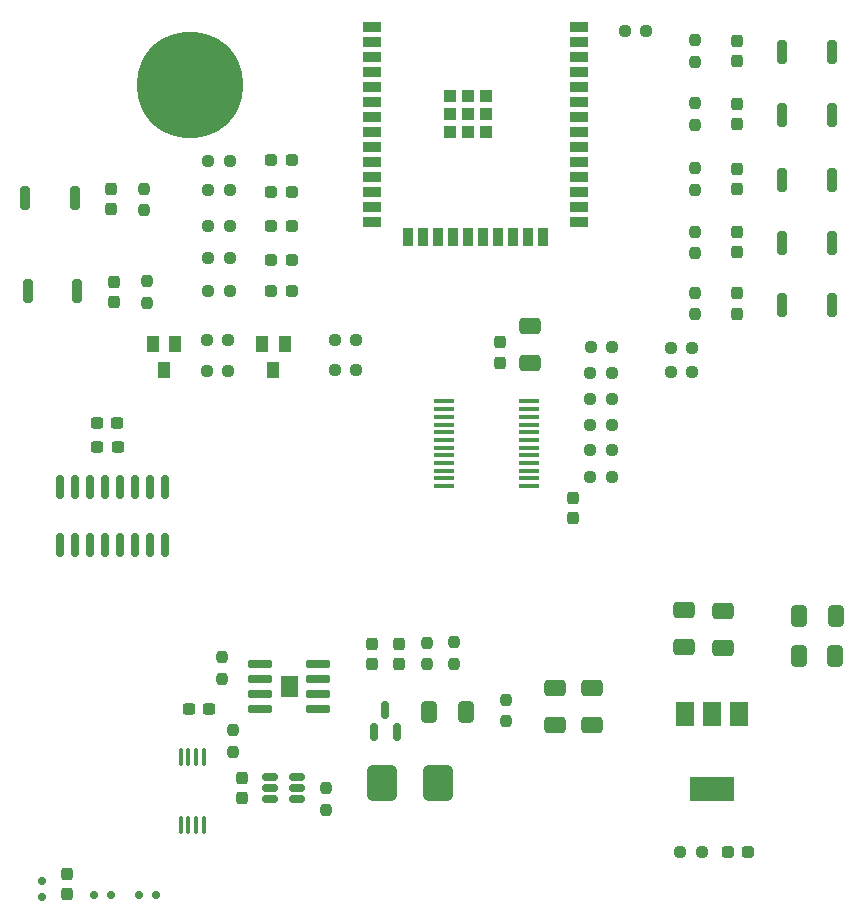
<source format=gtp>
G04 #@! TF.GenerationSoftware,KiCad,Pcbnew,7.0.8*
G04 #@! TF.CreationDate,2023-12-01T18:44:45+08:00*
G04 #@! TF.ProjectId,ESPCARproject,45535043-4152-4707-926f-6a6563742e6b,rev?*
G04 #@! TF.SameCoordinates,Original*
G04 #@! TF.FileFunction,Paste,Top*
G04 #@! TF.FilePolarity,Positive*
%FSLAX46Y46*%
G04 Gerber Fmt 4.6, Leading zero omitted, Abs format (unit mm)*
G04 Created by KiCad (PCBNEW 7.0.8) date 2023-12-01 18:44:45*
%MOMM*%
%LPD*%
G01*
G04 APERTURE LIST*
G04 Aperture macros list*
%AMRoundRect*
0 Rectangle with rounded corners*
0 $1 Rounding radius*
0 $2 $3 $4 $5 $6 $7 $8 $9 X,Y pos of 4 corners*
0 Add a 4 corners polygon primitive as box body*
4,1,4,$2,$3,$4,$5,$6,$7,$8,$9,$2,$3,0*
0 Add four circle primitives for the rounded corners*
1,1,$1+$1,$2,$3*
1,1,$1+$1,$4,$5*
1,1,$1+$1,$6,$7*
1,1,$1+$1,$8,$9*
0 Add four rect primitives between the rounded corners*
20,1,$1+$1,$2,$3,$4,$5,0*
20,1,$1+$1,$4,$5,$6,$7,0*
20,1,$1+$1,$6,$7,$8,$9,0*
20,1,$1+$1,$8,$9,$2,$3,0*%
G04 Aperture macros list end*
%ADD10C,0.010000*%
%ADD11RoundRect,0.042000X-0.943000X-0.258000X0.943000X-0.258000X0.943000X0.258000X-0.943000X0.258000X0*%
%ADD12RoundRect,0.100000X-0.100000X0.637500X-0.100000X-0.637500X0.100000X-0.637500X0.100000X0.637500X0*%
%ADD13RoundRect,0.150000X0.150000X0.200000X-0.150000X0.200000X-0.150000X-0.200000X0.150000X-0.200000X0*%
%ADD14RoundRect,0.150000X-0.150000X-0.200000X0.150000X-0.200000X0.150000X0.200000X-0.150000X0.200000X0*%
%ADD15R,1.000000X1.400000*%
%ADD16RoundRect,0.237500X-0.237500X0.250000X-0.237500X-0.250000X0.237500X-0.250000X0.237500X0.250000X0*%
%ADD17RoundRect,0.237500X0.250000X0.237500X-0.250000X0.237500X-0.250000X-0.237500X0.250000X-0.237500X0*%
%ADD18RoundRect,0.150000X-0.150000X0.825000X-0.150000X-0.825000X0.150000X-0.825000X0.150000X0.825000X0*%
%ADD19RoundRect,0.237500X-0.250000X-0.237500X0.250000X-0.237500X0.250000X0.237500X-0.250000X0.237500X0*%
%ADD20RoundRect,0.237500X0.237500X-0.300000X0.237500X0.300000X-0.237500X0.300000X-0.237500X-0.300000X0*%
%ADD21RoundRect,0.237500X-0.237500X0.300000X-0.237500X-0.300000X0.237500X-0.300000X0.237500X0.300000X0*%
%ADD22RoundRect,0.200000X-0.200000X-0.800000X0.200000X-0.800000X0.200000X0.800000X-0.200000X0.800000X0*%
%ADD23RoundRect,0.237500X0.300000X0.237500X-0.300000X0.237500X-0.300000X-0.237500X0.300000X-0.237500X0*%
%ADD24RoundRect,0.237500X0.237500X-0.287500X0.237500X0.287500X-0.237500X0.287500X-0.237500X-0.287500X0*%
%ADD25R,1.500000X0.900000*%
%ADD26R,0.900000X1.500000*%
%ADD27R,1.050000X1.050000*%
%ADD28RoundRect,0.237500X0.237500X-0.250000X0.237500X0.250000X-0.237500X0.250000X-0.237500X-0.250000X0*%
%ADD29RoundRect,0.150000X0.150000X-0.587500X0.150000X0.587500X-0.150000X0.587500X-0.150000X-0.587500X0*%
%ADD30RoundRect,0.250000X-0.650000X0.412500X-0.650000X-0.412500X0.650000X-0.412500X0.650000X0.412500X0*%
%ADD31RoundRect,0.150000X0.200000X-0.150000X0.200000X0.150000X-0.200000X0.150000X-0.200000X-0.150000X0*%
%ADD32RoundRect,0.237500X0.287500X0.237500X-0.287500X0.237500X-0.287500X-0.237500X0.287500X-0.237500X0*%
%ADD33RoundRect,0.150000X0.512500X0.150000X-0.512500X0.150000X-0.512500X-0.150000X0.512500X-0.150000X0*%
%ADD34R,3.800000X2.000000*%
%ADD35R,1.500000X2.000000*%
%ADD36RoundRect,0.250000X0.412500X0.650000X-0.412500X0.650000X-0.412500X-0.650000X0.412500X-0.650000X0*%
%ADD37R,1.750000X0.450000*%
%ADD38C,9.000000*%
%ADD39RoundRect,0.250000X-0.412500X-0.650000X0.412500X-0.650000X0.412500X0.650000X-0.412500X0.650000X0*%
%ADD40RoundRect,0.373135X0.876865X1.126865X-0.876865X1.126865X-0.876865X-1.126865X0.876865X-1.126865X0*%
G04 APERTURE END LIST*
D10*
X132500000Y-106300000D02*
X131210000Y-106300000D01*
X131210000Y-104660000D01*
X132500000Y-104660000D01*
X132500000Y-106300000D01*
G36*
X132500000Y-106300000D02*
G01*
X131210000Y-106300000D01*
X131210000Y-104660000D01*
X132500000Y-104660000D01*
X132500000Y-106300000D01*
G37*
D11*
X134330000Y-103575000D03*
X134330000Y-104845000D03*
X134330000Y-106115000D03*
X134330000Y-107385000D03*
X129380000Y-107385000D03*
X129380000Y-106115000D03*
X129380000Y-104845000D03*
X129380000Y-103575000D03*
D12*
X124620000Y-111510000D03*
X123970000Y-111510000D03*
X123320000Y-111510000D03*
X122670000Y-111510000D03*
X122670000Y-117235000D03*
X123320000Y-117235000D03*
X123970000Y-117235000D03*
X124620000Y-117235000D03*
D13*
X115350000Y-123130000D03*
X116750000Y-123130000D03*
D14*
X120560000Y-123130000D03*
X119160000Y-123130000D03*
D15*
X122200000Y-76519250D03*
X121250000Y-78719250D03*
X120300000Y-76519250D03*
D16*
X119610000Y-63365000D03*
X119610000Y-65190000D03*
D17*
X165972500Y-76820000D03*
X164147500Y-76820000D03*
D18*
X121365000Y-93565000D03*
X120095000Y-93565000D03*
X118825000Y-93565000D03*
X117555000Y-93565000D03*
X116285000Y-93565000D03*
X115015000Y-93565000D03*
X113745000Y-93565000D03*
X112475000Y-93565000D03*
X112475000Y-88615000D03*
X113745000Y-88615000D03*
X115015000Y-88615000D03*
X116285000Y-88615000D03*
X117555000Y-88615000D03*
X118825000Y-88615000D03*
X120095000Y-88615000D03*
X121365000Y-88615000D03*
D19*
X135717500Y-76209250D03*
X137542500Y-76209250D03*
D20*
X127855000Y-114995000D03*
X127855000Y-113270000D03*
D21*
X116800000Y-63375000D03*
X116800000Y-65100000D03*
X169810000Y-67045000D03*
X169810000Y-68770000D03*
D22*
X109710000Y-72047500D03*
X113910000Y-72047500D03*
D23*
X115597500Y-83200000D03*
X117322500Y-83200000D03*
D19*
X157365000Y-81175000D03*
X159190000Y-81175000D03*
D24*
X138870000Y-103652500D03*
X138870000Y-101902500D03*
D19*
X160277500Y-50060000D03*
X162102500Y-50060000D03*
X135735000Y-78729250D03*
X137560000Y-78729250D03*
D17*
X126702500Y-78819250D03*
X124877500Y-78819250D03*
D21*
X155860000Y-89567500D03*
X155860000Y-91292500D03*
D25*
X138905000Y-49702500D03*
X138905000Y-50972500D03*
X138905000Y-52242500D03*
X138905000Y-53512500D03*
X138905000Y-54782500D03*
X138905000Y-56052500D03*
X138905000Y-57322500D03*
X138905000Y-58592500D03*
X138905000Y-59862500D03*
X138905000Y-61132500D03*
X138905000Y-62402500D03*
X138905000Y-63672500D03*
X138905000Y-64942500D03*
X138905000Y-66212500D03*
D26*
X141945000Y-67462500D03*
X143215000Y-67462500D03*
X144485000Y-67462500D03*
X145755000Y-67462500D03*
X147025000Y-67462500D03*
X148295000Y-67462500D03*
X149565000Y-67462500D03*
X150835000Y-67462500D03*
X152105000Y-67462500D03*
X153375000Y-67462500D03*
D25*
X156405000Y-66212500D03*
X156405000Y-64942500D03*
X156405000Y-63672500D03*
X156405000Y-62402500D03*
X156405000Y-61132500D03*
X156405000Y-59862500D03*
X156405000Y-58592500D03*
X156405000Y-57322500D03*
X156405000Y-56052500D03*
X156405000Y-54782500D03*
X156405000Y-53512500D03*
X156405000Y-52242500D03*
X156405000Y-50972500D03*
X156405000Y-49702500D03*
D27*
X145450000Y-55517500D03*
X145450000Y-57042500D03*
X145450000Y-58567500D03*
X146975000Y-55517500D03*
X146975000Y-57042500D03*
X146975000Y-58567500D03*
X148500000Y-55517500D03*
X148500000Y-57042500D03*
X148500000Y-58567500D03*
D22*
X109520000Y-64187500D03*
X113720000Y-64187500D03*
D28*
X145790000Y-103592500D03*
X145790000Y-101767500D03*
D29*
X139062500Y-109395000D03*
X140962500Y-109395000D03*
X140012500Y-107520000D03*
D22*
X173620000Y-51797500D03*
X177820000Y-51797500D03*
D28*
X126200000Y-104872500D03*
X126200000Y-103047500D03*
D22*
X173620000Y-73180000D03*
X177820000Y-73180000D03*
D30*
X154390000Y-105647500D03*
X154390000Y-108772500D03*
D31*
X110950000Y-121980000D03*
X110950000Y-123380000D03*
D16*
X166190000Y-50805000D03*
X166190000Y-52630000D03*
D32*
X132065000Y-63647500D03*
X130315000Y-63647500D03*
D17*
X165972500Y-78920000D03*
X164147500Y-78920000D03*
D22*
X173620000Y-57110000D03*
X177820000Y-57110000D03*
D28*
X143560000Y-103642500D03*
X143560000Y-101817500D03*
D32*
X132065000Y-69377500D03*
X130315000Y-69377500D03*
D19*
X125000000Y-60997500D03*
X126825000Y-60997500D03*
D21*
X169810000Y-56167500D03*
X169810000Y-57892500D03*
D30*
X168617500Y-99120000D03*
X168617500Y-102245000D03*
D28*
X127110000Y-111062500D03*
X127110000Y-109237500D03*
D16*
X166190000Y-61657500D03*
X166190000Y-63482500D03*
D19*
X157380000Y-76795000D03*
X159205000Y-76795000D03*
D16*
X166190000Y-72187500D03*
X166190000Y-74012500D03*
D30*
X157500000Y-105647500D03*
X157500000Y-108772500D03*
X152220000Y-74982500D03*
X152220000Y-78107500D03*
D19*
X157342500Y-87795000D03*
X159167500Y-87795000D03*
D24*
X141170000Y-103630000D03*
X141170000Y-101880000D03*
D23*
X117327500Y-85240000D03*
X115602500Y-85240000D03*
D16*
X166190000Y-66995000D03*
X166190000Y-68820000D03*
D33*
X132545000Y-115072500D03*
X132545000Y-114122500D03*
X132545000Y-113172500D03*
X130270000Y-113172500D03*
X130270000Y-114122500D03*
X130270000Y-115072500D03*
D32*
X132065000Y-66517500D03*
X130315000Y-66517500D03*
D34*
X167687500Y-114185000D03*
D35*
X165387500Y-107885000D03*
X167687500Y-107885000D03*
X169987500Y-107885000D03*
D32*
X132065000Y-60937500D03*
X130315000Y-60937500D03*
D21*
X113060000Y-121397500D03*
X113060000Y-123122500D03*
D20*
X149680000Y-78110000D03*
X149680000Y-76385000D03*
D19*
X157357500Y-83345000D03*
X159182500Y-83345000D03*
X159175000Y-85535000D03*
X157350000Y-85535000D03*
D22*
X173620000Y-62650000D03*
X177820000Y-62650000D03*
D21*
X116990000Y-71235000D03*
X116990000Y-72960000D03*
D36*
X146825000Y-107655000D03*
X143700000Y-107655000D03*
D19*
X164985000Y-119490000D03*
X166810000Y-119490000D03*
X124877500Y-76139250D03*
X126702500Y-76139250D03*
D21*
X169810000Y-61707500D03*
X169810000Y-63432500D03*
D23*
X125092500Y-107390000D03*
X123367500Y-107390000D03*
D16*
X166190000Y-56117500D03*
X166190000Y-57942500D03*
X119800000Y-71225000D03*
X119800000Y-73050000D03*
D19*
X125000000Y-69257500D03*
X126825000Y-69257500D03*
D37*
X144990000Y-81385000D03*
X144990000Y-82035000D03*
X144990000Y-82685000D03*
X144990000Y-83335000D03*
X144990000Y-83985000D03*
X144990000Y-84635000D03*
X144990000Y-85285000D03*
X144990000Y-85935000D03*
X144990000Y-86585000D03*
X144990000Y-87235000D03*
X144990000Y-87885000D03*
X144990000Y-88535000D03*
X152190000Y-88535000D03*
X152190000Y-87885000D03*
X152190000Y-87235000D03*
X152190000Y-86585000D03*
X152190000Y-85935000D03*
X152190000Y-85285000D03*
X152190000Y-84635000D03*
X152190000Y-83985000D03*
X152190000Y-83335000D03*
X152190000Y-82685000D03*
X152190000Y-82035000D03*
X152190000Y-81385000D03*
D19*
X157372500Y-78985000D03*
X159197500Y-78985000D03*
D32*
X132065000Y-72047500D03*
X130315000Y-72047500D03*
D21*
X169810000Y-72237500D03*
X169810000Y-73962500D03*
D19*
X125000000Y-63497500D03*
X126825000Y-63497500D03*
D21*
X169810000Y-50855000D03*
X169810000Y-52580000D03*
D19*
X125000000Y-72057500D03*
X126825000Y-72057500D03*
D30*
X165277500Y-99042500D03*
X165277500Y-102167500D03*
D38*
X123440000Y-54620000D03*
D39*
X174987500Y-102910000D03*
X178112500Y-102910000D03*
D16*
X150260000Y-106645000D03*
X150260000Y-108470000D03*
D32*
X170750000Y-119510000D03*
X169000000Y-119510000D03*
D28*
X134990000Y-115952500D03*
X134990000Y-114127500D03*
D40*
X139715000Y-113720000D03*
X144475000Y-113720000D03*
D19*
X125000000Y-66487500D03*
X126825000Y-66487500D03*
D39*
X175009875Y-99560000D03*
X178134875Y-99560000D03*
D15*
X131480000Y-76559250D03*
X130530000Y-78759250D03*
X129580000Y-76559250D03*
D22*
X173620000Y-67987500D03*
X177820000Y-67987500D03*
M02*

</source>
